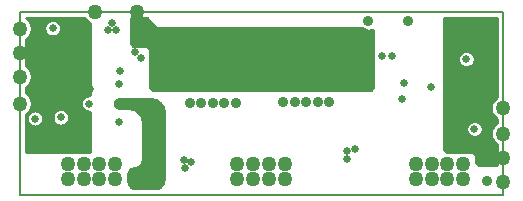
<source format=gbr>
G04 #@! TF.GenerationSoftware,KiCad,Pcbnew,(5.1.9)-1*
G04 #@! TF.CreationDate,2021-10-23T14:42:36-07:00*
G04 #@! TF.ProjectId,Buffer - Rev D,42756666-6572-4202-9d20-52657620442e,rev?*
G04 #@! TF.SameCoordinates,Original*
G04 #@! TF.FileFunction,Copper,L2,Inr*
G04 #@! TF.FilePolarity,Positive*
%FSLAX46Y46*%
G04 Gerber Fmt 4.6, Leading zero omitted, Abs format (unit mm)*
G04 Created by KiCad (PCBNEW (5.1.9)-1) date 2021-10-23 14:42:36*
%MOMM*%
%LPD*%
G01*
G04 APERTURE LIST*
G04 #@! TA.AperFunction,Profile*
%ADD10C,0.200000*%
G04 #@! TD*
G04 #@! TA.AperFunction,ComponentPad*
%ADD11C,1.270000*%
G04 #@! TD*
G04 #@! TA.AperFunction,ViaPad*
%ADD12C,0.635000*%
G04 #@! TD*
G04 #@! TA.AperFunction,ViaPad*
%ADD13C,0.889000*%
G04 #@! TD*
G04 #@! TA.AperFunction,Conductor*
%ADD14C,0.508000*%
G04 #@! TD*
G04 #@! TA.AperFunction,Conductor*
%ADD15C,0.254000*%
G04 #@! TD*
G04 #@! TA.AperFunction,Conductor*
%ADD16C,0.500000*%
G04 #@! TD*
G04 APERTURE END LIST*
D10*
X126959360Y-92776040D02*
X126959360Y-108270040D01*
X167853360Y-92776040D02*
X126959360Y-92776040D01*
X167853360Y-108270040D02*
X167853360Y-92776040D01*
X126959360Y-108270040D02*
X167853360Y-108270040D01*
D11*
X148055560Y-95970040D03*
X146709360Y-95970040D03*
X136865360Y-92776040D03*
X145374360Y-95935140D03*
X145374360Y-94665140D03*
X149374860Y-95935140D03*
X148041360Y-94665140D03*
X149374860Y-94665140D03*
X146707860Y-94665140D03*
X148041360Y-106873040D03*
X149374860Y-106873040D03*
X135023860Y-106873040D03*
X164487860Y-106949240D03*
X163154360Y-106873040D03*
X160487360Y-105603040D03*
X160487360Y-106873040D03*
X163154360Y-105603040D03*
X161820860Y-105603040D03*
X161820860Y-106873040D03*
X164487860Y-105603040D03*
X167853360Y-100904040D03*
X146707860Y-106873040D03*
X145374360Y-106873040D03*
X149374860Y-105603040D03*
X148041360Y-105603040D03*
X146707860Y-105603040D03*
X145374360Y-105603040D03*
X133690360Y-105603040D03*
X132356860Y-105603040D03*
X135023860Y-105603040D03*
X133690360Y-106873040D03*
X132356860Y-106873040D03*
X131023360Y-105603040D03*
X131023360Y-106873040D03*
X133309360Y-92776040D03*
X126959360Y-94173040D03*
X167853360Y-105095040D03*
X167853360Y-103063040D03*
X126959360Y-100539040D03*
X167853360Y-107127040D03*
X126959360Y-96205040D03*
X126959360Y-98237040D03*
D12*
X165872160Y-96738440D03*
X130235960Y-99770040D03*
X129559360Y-99456240D03*
X165880360Y-98313240D03*
D13*
X165287960Y-104053640D03*
D12*
X128610360Y-96078040D03*
X129753360Y-96586040D03*
X128991360Y-96586040D03*
X129372360Y-96078040D03*
X132908280Y-99253040D03*
X136839960Y-106517440D03*
X136814560Y-107482640D03*
X135442960Y-100396040D03*
D13*
X150225760Y-100396040D03*
X153121360Y-100396040D03*
X152156160Y-100396040D03*
X151190960Y-100396040D03*
X149260560Y-100396040D03*
D12*
X155343860Y-104396540D03*
X154683460Y-104561640D03*
X159344360Y-100142040D03*
X154632660Y-105260140D03*
D13*
X166507160Y-107076240D03*
D12*
X129727960Y-94147640D03*
X130413760Y-101691440D03*
X164754560Y-96763840D03*
D13*
X159776160Y-93525340D03*
D12*
X135392160Y-97805240D03*
X135097520Y-94294960D03*
X134777480Y-93746320D03*
X134447280Y-94294960D03*
D13*
X156459360Y-93520040D03*
D12*
X159471360Y-98745040D03*
D13*
X143278860Y-100446840D03*
X141348460Y-100446840D03*
X145209260Y-100446840D03*
X144244060Y-100446840D03*
X142313660Y-100446840D03*
D12*
X140815060Y-105285540D03*
X141437360Y-105501440D03*
X140903960Y-105958640D03*
X135366762Y-102072440D03*
X139459275Y-94363540D03*
X140116560Y-94350840D03*
X140776960Y-94350840D03*
X157652545Y-96478099D03*
X158455360Y-96478099D03*
X154073860Y-95062040D03*
X154391360Y-95697040D03*
X153438860Y-95316040D03*
X135341360Y-98872040D03*
X140573760Y-99011740D03*
X139913360Y-98986340D03*
X138808460Y-94350840D03*
X138160760Y-94350840D03*
X136700260Y-96192340D03*
X137220960Y-96687640D03*
X128229360Y-101793040D03*
X132801357Y-100523037D03*
X165440360Y-102682040D03*
X161757360Y-99126040D03*
D14*
X136814560Y-106542840D02*
X136839960Y-106517440D01*
D15*
X132408992Y-93257296D02*
X132520181Y-93423702D01*
X132661698Y-93565219D01*
X132828104Y-93676408D01*
X132928360Y-93717935D01*
X132928360Y-99836115D01*
X132870153Y-99824537D01*
X132732561Y-99824537D01*
X132597612Y-99851380D01*
X132470493Y-99904034D01*
X132356089Y-99980476D01*
X132258796Y-100077769D01*
X132182354Y-100192173D01*
X132129700Y-100319292D01*
X132102857Y-100454241D01*
X132102857Y-100591833D01*
X132129700Y-100726782D01*
X132182354Y-100853901D01*
X132258796Y-100968305D01*
X132356089Y-101065598D01*
X132470493Y-101142040D01*
X132597612Y-101194694D01*
X132732561Y-101221537D01*
X132870153Y-101221537D01*
X132928360Y-101209959D01*
X132928360Y-104587040D01*
X127440360Y-104587040D01*
X127440360Y-101724244D01*
X127530860Y-101724244D01*
X127530860Y-101861836D01*
X127557703Y-101996785D01*
X127610357Y-102123904D01*
X127686799Y-102238308D01*
X127784092Y-102335601D01*
X127898496Y-102412043D01*
X128025615Y-102464697D01*
X128160564Y-102491540D01*
X128298156Y-102491540D01*
X128433105Y-102464697D01*
X128560224Y-102412043D01*
X128674628Y-102335601D01*
X128771921Y-102238308D01*
X128848363Y-102123904D01*
X128901017Y-101996785D01*
X128927860Y-101861836D01*
X128927860Y-101724244D01*
X128907651Y-101622644D01*
X129715260Y-101622644D01*
X129715260Y-101760236D01*
X129742103Y-101895185D01*
X129794757Y-102022304D01*
X129871199Y-102136708D01*
X129968492Y-102234001D01*
X130082896Y-102310443D01*
X130210015Y-102363097D01*
X130344964Y-102389940D01*
X130482556Y-102389940D01*
X130617505Y-102363097D01*
X130744624Y-102310443D01*
X130859028Y-102234001D01*
X130956321Y-102136708D01*
X131032763Y-102022304D01*
X131085417Y-101895185D01*
X131112260Y-101760236D01*
X131112260Y-101622644D01*
X131085417Y-101487695D01*
X131032763Y-101360576D01*
X130956321Y-101246172D01*
X130859028Y-101148879D01*
X130744624Y-101072437D01*
X130617505Y-101019783D01*
X130482556Y-100992940D01*
X130344964Y-100992940D01*
X130210015Y-101019783D01*
X130082896Y-101072437D01*
X129968492Y-101148879D01*
X129871199Y-101246172D01*
X129794757Y-101360576D01*
X129742103Y-101487695D01*
X129715260Y-101622644D01*
X128907651Y-101622644D01*
X128901017Y-101589295D01*
X128848363Y-101462176D01*
X128771921Y-101347772D01*
X128674628Y-101250479D01*
X128560224Y-101174037D01*
X128433105Y-101121383D01*
X128298156Y-101094540D01*
X128160564Y-101094540D01*
X128025615Y-101121383D01*
X127898496Y-101174037D01*
X127784092Y-101250479D01*
X127686799Y-101347772D01*
X127610357Y-101462176D01*
X127557703Y-101589295D01*
X127530860Y-101724244D01*
X127440360Y-101724244D01*
X127440360Y-101439514D01*
X127440616Y-101439408D01*
X127607022Y-101328219D01*
X127748539Y-101186702D01*
X127859728Y-101020296D01*
X127936316Y-100835396D01*
X127975360Y-100639107D01*
X127975360Y-100438973D01*
X127936316Y-100242684D01*
X127859728Y-100057784D01*
X127748539Y-99891378D01*
X127607022Y-99749861D01*
X127440616Y-99638672D01*
X127440360Y-99638566D01*
X127440360Y-99137514D01*
X127440616Y-99137408D01*
X127607022Y-99026219D01*
X127748539Y-98884702D01*
X127859728Y-98718296D01*
X127936316Y-98533396D01*
X127975360Y-98337107D01*
X127975360Y-98136973D01*
X127936316Y-97940684D01*
X127859728Y-97755784D01*
X127748539Y-97589378D01*
X127607022Y-97447861D01*
X127440616Y-97336672D01*
X127440360Y-97336566D01*
X127440360Y-95073514D01*
X127440616Y-95073408D01*
X127607022Y-94962219D01*
X127748539Y-94820702D01*
X127859728Y-94654296D01*
X127936316Y-94469396D01*
X127975360Y-94273107D01*
X127975360Y-94078844D01*
X129029460Y-94078844D01*
X129029460Y-94216436D01*
X129056303Y-94351385D01*
X129108957Y-94478504D01*
X129185399Y-94592908D01*
X129282692Y-94690201D01*
X129397096Y-94766643D01*
X129524215Y-94819297D01*
X129659164Y-94846140D01*
X129796756Y-94846140D01*
X129931705Y-94819297D01*
X130058824Y-94766643D01*
X130173228Y-94690201D01*
X130270521Y-94592908D01*
X130346963Y-94478504D01*
X130399617Y-94351385D01*
X130426460Y-94216436D01*
X130426460Y-94078844D01*
X130399617Y-93943895D01*
X130346963Y-93816776D01*
X130270521Y-93702372D01*
X130173228Y-93605079D01*
X130058824Y-93528637D01*
X129931705Y-93475983D01*
X129796756Y-93449140D01*
X129659164Y-93449140D01*
X129524215Y-93475983D01*
X129397096Y-93528637D01*
X129282692Y-93605079D01*
X129185399Y-93702372D01*
X129108957Y-93816776D01*
X129056303Y-93943895D01*
X129029460Y-94078844D01*
X127975360Y-94078844D01*
X127975360Y-94072973D01*
X127936316Y-93876684D01*
X127859728Y-93691784D01*
X127748539Y-93525378D01*
X127607022Y-93383861D01*
X127440616Y-93272672D01*
X127440360Y-93272566D01*
X127440360Y-93257040D01*
X132408886Y-93257040D01*
X132408992Y-93257296D01*
G04 #@! TA.AperFunction,Conductor*
D16*
G36*
X132408992Y-93257296D02*
G01*
X132520181Y-93423702D01*
X132661698Y-93565219D01*
X132828104Y-93676408D01*
X132928360Y-93717935D01*
X132928360Y-99836115D01*
X132870153Y-99824537D01*
X132732561Y-99824537D01*
X132597612Y-99851380D01*
X132470493Y-99904034D01*
X132356089Y-99980476D01*
X132258796Y-100077769D01*
X132182354Y-100192173D01*
X132129700Y-100319292D01*
X132102857Y-100454241D01*
X132102857Y-100591833D01*
X132129700Y-100726782D01*
X132182354Y-100853901D01*
X132258796Y-100968305D01*
X132356089Y-101065598D01*
X132470493Y-101142040D01*
X132597612Y-101194694D01*
X132732561Y-101221537D01*
X132870153Y-101221537D01*
X132928360Y-101209959D01*
X132928360Y-104587040D01*
X127440360Y-104587040D01*
X127440360Y-101724244D01*
X127530860Y-101724244D01*
X127530860Y-101861836D01*
X127557703Y-101996785D01*
X127610357Y-102123904D01*
X127686799Y-102238308D01*
X127784092Y-102335601D01*
X127898496Y-102412043D01*
X128025615Y-102464697D01*
X128160564Y-102491540D01*
X128298156Y-102491540D01*
X128433105Y-102464697D01*
X128560224Y-102412043D01*
X128674628Y-102335601D01*
X128771921Y-102238308D01*
X128848363Y-102123904D01*
X128901017Y-101996785D01*
X128927860Y-101861836D01*
X128927860Y-101724244D01*
X128907651Y-101622644D01*
X129715260Y-101622644D01*
X129715260Y-101760236D01*
X129742103Y-101895185D01*
X129794757Y-102022304D01*
X129871199Y-102136708D01*
X129968492Y-102234001D01*
X130082896Y-102310443D01*
X130210015Y-102363097D01*
X130344964Y-102389940D01*
X130482556Y-102389940D01*
X130617505Y-102363097D01*
X130744624Y-102310443D01*
X130859028Y-102234001D01*
X130956321Y-102136708D01*
X131032763Y-102022304D01*
X131085417Y-101895185D01*
X131112260Y-101760236D01*
X131112260Y-101622644D01*
X131085417Y-101487695D01*
X131032763Y-101360576D01*
X130956321Y-101246172D01*
X130859028Y-101148879D01*
X130744624Y-101072437D01*
X130617505Y-101019783D01*
X130482556Y-100992940D01*
X130344964Y-100992940D01*
X130210015Y-101019783D01*
X130082896Y-101072437D01*
X129968492Y-101148879D01*
X129871199Y-101246172D01*
X129794757Y-101360576D01*
X129742103Y-101487695D01*
X129715260Y-101622644D01*
X128907651Y-101622644D01*
X128901017Y-101589295D01*
X128848363Y-101462176D01*
X128771921Y-101347772D01*
X128674628Y-101250479D01*
X128560224Y-101174037D01*
X128433105Y-101121383D01*
X128298156Y-101094540D01*
X128160564Y-101094540D01*
X128025615Y-101121383D01*
X127898496Y-101174037D01*
X127784092Y-101250479D01*
X127686799Y-101347772D01*
X127610357Y-101462176D01*
X127557703Y-101589295D01*
X127530860Y-101724244D01*
X127440360Y-101724244D01*
X127440360Y-101439514D01*
X127440616Y-101439408D01*
X127607022Y-101328219D01*
X127748539Y-101186702D01*
X127859728Y-101020296D01*
X127936316Y-100835396D01*
X127975360Y-100639107D01*
X127975360Y-100438973D01*
X127936316Y-100242684D01*
X127859728Y-100057784D01*
X127748539Y-99891378D01*
X127607022Y-99749861D01*
X127440616Y-99638672D01*
X127440360Y-99638566D01*
X127440360Y-99137514D01*
X127440616Y-99137408D01*
X127607022Y-99026219D01*
X127748539Y-98884702D01*
X127859728Y-98718296D01*
X127936316Y-98533396D01*
X127975360Y-98337107D01*
X127975360Y-98136973D01*
X127936316Y-97940684D01*
X127859728Y-97755784D01*
X127748539Y-97589378D01*
X127607022Y-97447861D01*
X127440616Y-97336672D01*
X127440360Y-97336566D01*
X127440360Y-95073514D01*
X127440616Y-95073408D01*
X127607022Y-94962219D01*
X127748539Y-94820702D01*
X127859728Y-94654296D01*
X127936316Y-94469396D01*
X127975360Y-94273107D01*
X127975360Y-94078844D01*
X129029460Y-94078844D01*
X129029460Y-94216436D01*
X129056303Y-94351385D01*
X129108957Y-94478504D01*
X129185399Y-94592908D01*
X129282692Y-94690201D01*
X129397096Y-94766643D01*
X129524215Y-94819297D01*
X129659164Y-94846140D01*
X129796756Y-94846140D01*
X129931705Y-94819297D01*
X130058824Y-94766643D01*
X130173228Y-94690201D01*
X130270521Y-94592908D01*
X130346963Y-94478504D01*
X130399617Y-94351385D01*
X130426460Y-94216436D01*
X130426460Y-94078844D01*
X130399617Y-93943895D01*
X130346963Y-93816776D01*
X130270521Y-93702372D01*
X130173228Y-93605079D01*
X130058824Y-93528637D01*
X129931705Y-93475983D01*
X129796756Y-93449140D01*
X129659164Y-93449140D01*
X129524215Y-93475983D01*
X129397096Y-93528637D01*
X129282692Y-93605079D01*
X129185399Y-93702372D01*
X129108957Y-93816776D01*
X129056303Y-93943895D01*
X129029460Y-94078844D01*
X127975360Y-94078844D01*
X127975360Y-94072973D01*
X127936316Y-93876684D01*
X127859728Y-93691784D01*
X127748539Y-93525378D01*
X127607022Y-93383861D01*
X127440616Y-93272672D01*
X127440360Y-93272566D01*
X127440360Y-93257040D01*
X132408886Y-93257040D01*
X132408992Y-93257296D01*
G37*
G04 #@! TD.AperFunction*
D15*
X167372361Y-100003566D02*
X167372104Y-100003672D01*
X167205698Y-100114861D01*
X167064181Y-100256378D01*
X166952992Y-100422784D01*
X166876404Y-100607684D01*
X166837360Y-100803973D01*
X166837360Y-101004107D01*
X166876404Y-101200396D01*
X166952992Y-101385296D01*
X167064181Y-101551702D01*
X167205698Y-101693219D01*
X167372104Y-101804408D01*
X167372360Y-101804514D01*
X167372360Y-102162566D01*
X167372104Y-102162672D01*
X167205698Y-102273861D01*
X167064181Y-102415378D01*
X166952992Y-102581784D01*
X166876404Y-102766684D01*
X166837360Y-102962973D01*
X166837360Y-103163107D01*
X166876404Y-103359396D01*
X166952992Y-103544296D01*
X167064181Y-103710702D01*
X167205698Y-103852219D01*
X167372104Y-103963408D01*
X167372360Y-103963514D01*
X167372360Y-105730040D01*
X165783123Y-105730040D01*
X165630556Y-105666844D01*
X165567360Y-105514277D01*
X165567360Y-105031540D01*
X165564920Y-105006764D01*
X165557693Y-104982939D01*
X165464699Y-104758433D01*
X165452962Y-104736476D01*
X165437168Y-104717231D01*
X165417923Y-104701437D01*
X165395967Y-104689701D01*
X165171461Y-104596707D01*
X165147637Y-104589480D01*
X165122860Y-104587040D01*
X163114342Y-104587040D01*
X162962149Y-104524238D01*
X162898534Y-104372385D01*
X162889127Y-102613244D01*
X164741860Y-102613244D01*
X164741860Y-102750836D01*
X164768703Y-102885785D01*
X164821357Y-103012904D01*
X164897799Y-103127308D01*
X164995092Y-103224601D01*
X165109496Y-103301043D01*
X165236615Y-103353697D01*
X165371564Y-103380540D01*
X165509156Y-103380540D01*
X165644105Y-103353697D01*
X165771224Y-103301043D01*
X165885628Y-103224601D01*
X165982921Y-103127308D01*
X166059363Y-103012904D01*
X166112017Y-102885785D01*
X166138860Y-102750836D01*
X166138860Y-102613244D01*
X166112017Y-102478295D01*
X166059363Y-102351176D01*
X165982921Y-102236772D01*
X165885628Y-102139479D01*
X165771224Y-102063037D01*
X165644105Y-102010383D01*
X165509156Y-101983540D01*
X165371564Y-101983540D01*
X165236615Y-102010383D01*
X165109496Y-102063037D01*
X164995092Y-102139479D01*
X164897799Y-102236772D01*
X164821357Y-102351176D01*
X164768703Y-102478295D01*
X164741860Y-102613244D01*
X162889127Y-102613244D01*
X162857479Y-96695044D01*
X164056060Y-96695044D01*
X164056060Y-96832636D01*
X164082903Y-96967585D01*
X164135557Y-97094704D01*
X164211999Y-97209108D01*
X164309292Y-97306401D01*
X164423696Y-97382843D01*
X164550815Y-97435497D01*
X164685764Y-97462340D01*
X164823356Y-97462340D01*
X164958305Y-97435497D01*
X165085424Y-97382843D01*
X165199828Y-97306401D01*
X165297121Y-97209108D01*
X165373563Y-97094704D01*
X165426217Y-96967585D01*
X165453060Y-96832636D01*
X165453060Y-96695044D01*
X165426217Y-96560095D01*
X165373563Y-96432976D01*
X165297121Y-96318572D01*
X165199828Y-96221279D01*
X165085424Y-96144837D01*
X164958305Y-96092183D01*
X164823356Y-96065340D01*
X164685764Y-96065340D01*
X164550815Y-96092183D01*
X164423696Y-96144837D01*
X164309292Y-96221279D01*
X164211999Y-96318572D01*
X164135557Y-96432976D01*
X164082903Y-96560095D01*
X164056060Y-96695044D01*
X162857479Y-96695044D01*
X162839093Y-93257040D01*
X167372361Y-93257040D01*
X167372361Y-100003566D01*
G04 #@! TA.AperFunction,Conductor*
D16*
G36*
X167372361Y-100003566D02*
G01*
X167372104Y-100003672D01*
X167205698Y-100114861D01*
X167064181Y-100256378D01*
X166952992Y-100422784D01*
X166876404Y-100607684D01*
X166837360Y-100803973D01*
X166837360Y-101004107D01*
X166876404Y-101200396D01*
X166952992Y-101385296D01*
X167064181Y-101551702D01*
X167205698Y-101693219D01*
X167372104Y-101804408D01*
X167372360Y-101804514D01*
X167372360Y-102162566D01*
X167372104Y-102162672D01*
X167205698Y-102273861D01*
X167064181Y-102415378D01*
X166952992Y-102581784D01*
X166876404Y-102766684D01*
X166837360Y-102962973D01*
X166837360Y-103163107D01*
X166876404Y-103359396D01*
X166952992Y-103544296D01*
X167064181Y-103710702D01*
X167205698Y-103852219D01*
X167372104Y-103963408D01*
X167372360Y-103963514D01*
X167372360Y-105730040D01*
X165783123Y-105730040D01*
X165630556Y-105666844D01*
X165567360Y-105514277D01*
X165567360Y-105031540D01*
X165564920Y-105006764D01*
X165557693Y-104982939D01*
X165464699Y-104758433D01*
X165452962Y-104736476D01*
X165437168Y-104717231D01*
X165417923Y-104701437D01*
X165395967Y-104689701D01*
X165171461Y-104596707D01*
X165147637Y-104589480D01*
X165122860Y-104587040D01*
X163114342Y-104587040D01*
X162962149Y-104524238D01*
X162898534Y-104372385D01*
X162889127Y-102613244D01*
X164741860Y-102613244D01*
X164741860Y-102750836D01*
X164768703Y-102885785D01*
X164821357Y-103012904D01*
X164897799Y-103127308D01*
X164995092Y-103224601D01*
X165109496Y-103301043D01*
X165236615Y-103353697D01*
X165371564Y-103380540D01*
X165509156Y-103380540D01*
X165644105Y-103353697D01*
X165771224Y-103301043D01*
X165885628Y-103224601D01*
X165982921Y-103127308D01*
X166059363Y-103012904D01*
X166112017Y-102885785D01*
X166138860Y-102750836D01*
X166138860Y-102613244D01*
X166112017Y-102478295D01*
X166059363Y-102351176D01*
X165982921Y-102236772D01*
X165885628Y-102139479D01*
X165771224Y-102063037D01*
X165644105Y-102010383D01*
X165509156Y-101983540D01*
X165371564Y-101983540D01*
X165236615Y-102010383D01*
X165109496Y-102063037D01*
X164995092Y-102139479D01*
X164897799Y-102236772D01*
X164821357Y-102351176D01*
X164768703Y-102478295D01*
X164741860Y-102613244D01*
X162889127Y-102613244D01*
X162857479Y-96695044D01*
X164056060Y-96695044D01*
X164056060Y-96832636D01*
X164082903Y-96967585D01*
X164135557Y-97094704D01*
X164211999Y-97209108D01*
X164309292Y-97306401D01*
X164423696Y-97382843D01*
X164550815Y-97435497D01*
X164685764Y-97462340D01*
X164823356Y-97462340D01*
X164958305Y-97435497D01*
X165085424Y-97382843D01*
X165199828Y-97306401D01*
X165297121Y-97209108D01*
X165373563Y-97094704D01*
X165426217Y-96967585D01*
X165453060Y-96832636D01*
X165453060Y-96695044D01*
X165426217Y-96560095D01*
X165373563Y-96432976D01*
X165297121Y-96318572D01*
X165199828Y-96221279D01*
X165085424Y-96144837D01*
X164958305Y-96092183D01*
X164823356Y-96065340D01*
X164685764Y-96065340D01*
X164550815Y-96092183D01*
X164423696Y-96144837D01*
X164309292Y-96221279D01*
X164211999Y-96318572D01*
X164135557Y-96432976D01*
X164082903Y-96560095D01*
X164056060Y-96695044D01*
X162857479Y-96695044D01*
X162839093Y-93257040D01*
X167372361Y-93257040D01*
X167372361Y-100003566D01*
G37*
G04 #@! TD.AperFunction*
D15*
X138503461Y-100224114D02*
X138842648Y-100450752D01*
X139069286Y-100789939D01*
X139151360Y-101202550D01*
X139151360Y-106828530D01*
X139069286Y-107241141D01*
X138842648Y-107580328D01*
X138644330Y-107712840D01*
X136540556Y-107712840D01*
X136384100Y-107608300D01*
X136178164Y-107300094D01*
X136115337Y-106984245D01*
X136116060Y-106980612D01*
X136116060Y-106765468D01*
X136103360Y-106701620D01*
X136103360Y-106508761D01*
X136175299Y-106240281D01*
X136359601Y-106055979D01*
X136961730Y-105894639D01*
X136985031Y-105885869D01*
X137006173Y-105872722D01*
X137018663Y-105861769D01*
X137251089Y-105629343D01*
X137266883Y-105610097D01*
X137278619Y-105588141D01*
X137283959Y-105572410D01*
X137369033Y-105254910D01*
X137373360Y-105222040D01*
X137373360Y-102206040D01*
X137370920Y-102181263D01*
X137281478Y-101731610D01*
X137274251Y-101707786D01*
X137262515Y-101685830D01*
X137007807Y-101304633D01*
X136992013Y-101285387D01*
X136972767Y-101269593D01*
X136591570Y-101014885D01*
X136569614Y-101003149D01*
X136545790Y-100995922D01*
X136096137Y-100906480D01*
X136071360Y-100904040D01*
X135358081Y-100904040D01*
X135153101Y-100849116D01*
X135015284Y-100711299D01*
X134964840Y-100523040D01*
X135015284Y-100334781D01*
X135153101Y-100196964D01*
X135358081Y-100142040D01*
X138090850Y-100142040D01*
X138503461Y-100224114D01*
G04 #@! TA.AperFunction,Conductor*
D16*
G36*
X138503461Y-100224114D02*
G01*
X138842648Y-100450752D01*
X139069286Y-100789939D01*
X139151360Y-101202550D01*
X139151360Y-106828530D01*
X139069286Y-107241141D01*
X138842648Y-107580328D01*
X138644330Y-107712840D01*
X136540556Y-107712840D01*
X136384100Y-107608300D01*
X136178164Y-107300094D01*
X136115337Y-106984245D01*
X136116060Y-106980612D01*
X136116060Y-106765468D01*
X136103360Y-106701620D01*
X136103360Y-106508761D01*
X136175299Y-106240281D01*
X136359601Y-106055979D01*
X136961730Y-105894639D01*
X136985031Y-105885869D01*
X137006173Y-105872722D01*
X137018663Y-105861769D01*
X137251089Y-105629343D01*
X137266883Y-105610097D01*
X137278619Y-105588141D01*
X137283959Y-105572410D01*
X137369033Y-105254910D01*
X137373360Y-105222040D01*
X137373360Y-102206040D01*
X137370920Y-102181263D01*
X137281478Y-101731610D01*
X137274251Y-101707786D01*
X137262515Y-101685830D01*
X137007807Y-101304633D01*
X136992013Y-101285387D01*
X136972767Y-101269593D01*
X136591570Y-101014885D01*
X136569614Y-101003149D01*
X136545790Y-100995922D01*
X136096137Y-100906480D01*
X136071360Y-100904040D01*
X135358081Y-100904040D01*
X135153101Y-100849116D01*
X135015284Y-100711299D01*
X134964840Y-100523040D01*
X135015284Y-100334781D01*
X135153101Y-100196964D01*
X135358081Y-100142040D01*
X138090850Y-100142040D01*
X138503461Y-100224114D01*
G37*
G04 #@! TD.AperFunction*
D15*
X138344307Y-93979459D02*
X138362152Y-93996819D01*
X138387939Y-94012763D01*
X138631048Y-94125475D01*
X138654553Y-94133683D01*
X138684659Y-94137256D01*
X155883110Y-94111223D01*
X155933135Y-94161248D01*
X156068339Y-94251588D01*
X156218571Y-94313816D01*
X156378055Y-94345540D01*
X156540665Y-94345540D01*
X156700149Y-94313816D01*
X156839033Y-94256288D01*
X156867860Y-94325807D01*
X156867860Y-99164277D01*
X156804664Y-99316844D01*
X156652097Y-99380040D01*
X151597870Y-99380040D01*
X151597301Y-99380039D01*
X138209449Y-99355271D01*
X138057464Y-99292282D01*
X137994032Y-99140484D01*
X137979389Y-96075916D01*
X137976830Y-96051152D01*
X137969548Y-96027502D01*
X137876021Y-95803977D01*
X137864206Y-95782063D01*
X137848343Y-95762874D01*
X137829042Y-95747149D01*
X137807324Y-95735607D01*
X137583354Y-95643149D01*
X137559521Y-95635951D01*
X137534893Y-95633540D01*
X136560720Y-95633540D01*
X136408091Y-95570279D01*
X136344966Y-95417593D01*
X136346890Y-93257040D01*
X137734558Y-93257040D01*
X138344307Y-93979459D01*
G04 #@! TA.AperFunction,Conductor*
D16*
G36*
X138344307Y-93979459D02*
G01*
X138362152Y-93996819D01*
X138387939Y-94012763D01*
X138631048Y-94125475D01*
X138654553Y-94133683D01*
X138684659Y-94137256D01*
X155883110Y-94111223D01*
X155933135Y-94161248D01*
X156068339Y-94251588D01*
X156218571Y-94313816D01*
X156378055Y-94345540D01*
X156540665Y-94345540D01*
X156700149Y-94313816D01*
X156839033Y-94256288D01*
X156867860Y-94325807D01*
X156867860Y-99164277D01*
X156804664Y-99316844D01*
X156652097Y-99380040D01*
X151597870Y-99380040D01*
X151597301Y-99380039D01*
X138209449Y-99355271D01*
X138057464Y-99292282D01*
X137994032Y-99140484D01*
X137979389Y-96075916D01*
X137976830Y-96051152D01*
X137969548Y-96027502D01*
X137876021Y-95803977D01*
X137864206Y-95782063D01*
X137848343Y-95762874D01*
X137829042Y-95747149D01*
X137807324Y-95735607D01*
X137583354Y-95643149D01*
X137559521Y-95635951D01*
X137534893Y-95633540D01*
X136560720Y-95633540D01*
X136408091Y-95570279D01*
X136344966Y-95417593D01*
X136346890Y-93257040D01*
X137734558Y-93257040D01*
X138344307Y-93979459D01*
G37*
G04 #@! TD.AperFunction*
M02*

</source>
